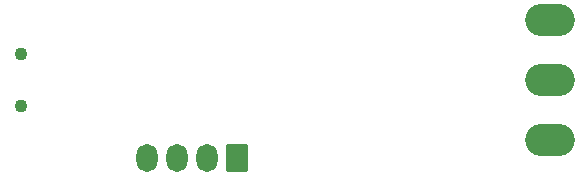
<source format=gbr>
G04 --- HEADER BEGIN --- *
G04 #@! TF.GenerationSoftware,LibrePCB,LibrePCB,0.2.0-unstable*
G04 #@! TF.CreationDate,2023-07-28T15:27:41*
G04 #@! TF.ProjectId,can2usb,565da67e-d1db-4e60-9fc1-0ba8a5c8bd0e,v1*
G04 #@! TF.Part,Single*
G04 #@! TF.SameCoordinates*
G04 #@! TF.FileFunction,Soldermask,Bot*
G04 #@! TF.FilePolarity,Negative*
%FSLAX66Y66*%
%MOMM*%
G01*
G75*
G04 --- HEADER END --- *
G04 --- APERTURE LIST BEGIN --- *
%ADD10O,1.787X2.39*%
%AMROUNDEDRECT11*20,1,1.787,-1.095,0.0,1.095,0.0,90.0*20,1,1.587,-1.195,0.0,1.195,0.0,90.0*1,1,0.2,-0.7935,-1.095*1,1,0.2,-0.7935,1.095*1,1,0.2,0.7935,1.095*1,1,0.2,0.7935,-1.095*%
%ADD11ROUNDEDRECT11*%
%ADD12O,4.2X2.74*%
%ADD13C,1.1*%
G04 --- APERTURE LIST END --- *
G04 --- BOARD BEGIN --- *
D10*
G04 #@! TO.C,J3*
X20955000Y1625500D03*
D11*
X23495000Y1625500D03*
D10*
X15875000Y1625500D03*
X18415000Y1625500D03*
D12*
G04 #@! TO.C,J2*
X50000000Y3140000D03*
X50000000Y8220000D03*
X50000000Y13300000D03*
D13*
G04 #@! TD*
X5200000Y10420000D03*
X5200000Y6020000D03*
G04 --- BOARD END --- *
G04 #@! TF.MD5,71940eed3999921d1a173b6cd7ac32ca*
M02*

</source>
